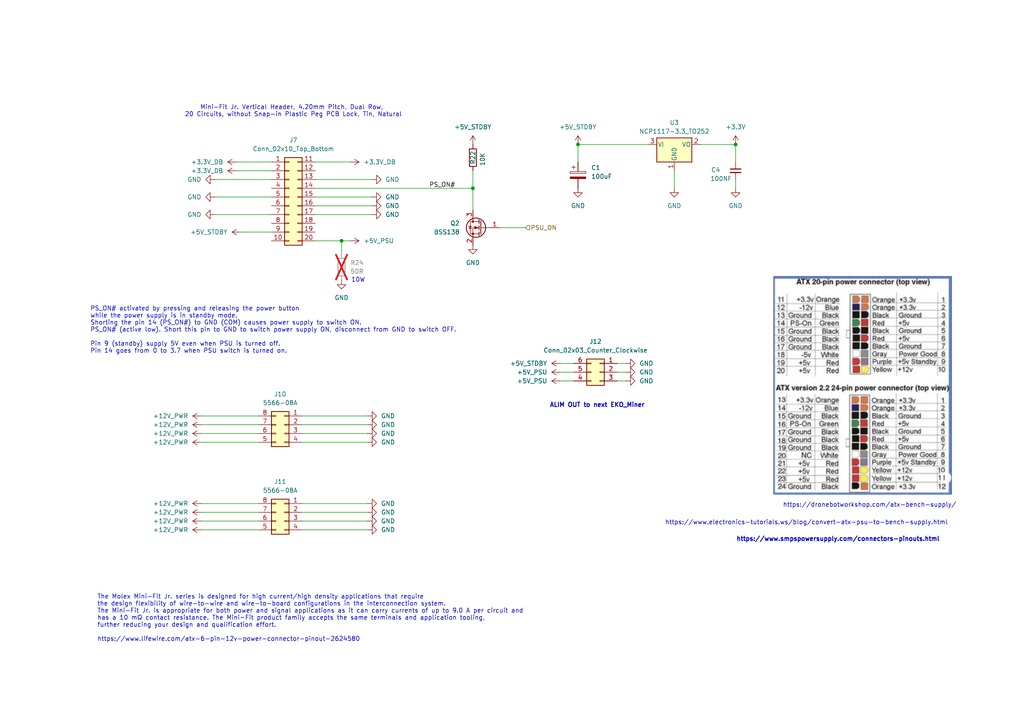
<source format=kicad_sch>
(kicad_sch (version 20231120) (generator "eeschema") (generator_version "8.0")
  (paper "A4")
  (lib_symbols
    (symbol "Connector_Generic:Conn_02x03_Counter_Clockwise" (pin_names (offset 1.016) hide)
      (property "Reference" "J" (at 1.27 5.08 0))
      (property "Value" "Conn_02x03_Counter_Clockwise" (at 1.27 -5.08 0))
      (symbol "Conn_02x03_Counter_Clockwise_1_1"
        (rectangle (start -1.27 -2.413) (end 0 -2.667) (stroke (width 0.1524)))
        (rectangle (start -1.27 0.127) (end 0 -0.127) (stroke (width 0.1524)))
        (rectangle (start -1.27 2.667) (end 0 2.413) (stroke (width 0.1524)))
        (rectangle (start -1.27 3.81) (end 3.81 -3.81) (stroke (width 0.254)) (fill (type background)))
        (rectangle (start 3.81 -2.413) (end 2.54 -2.667) (stroke (width 0.1524)))
        (rectangle (start 3.81 0.127) (end 2.54 -0.127) (stroke (width 0.1524)))
        (rectangle (start 3.81 2.667) (end 2.54 2.413) (stroke (width 0.1524)))
        (pin passive line (at -5.08 2.54 0) (length 3.81) (name "Pin_1") (number "1"))
        (pin passive line (at -5.08 0 0) (length 3.81) (name "Pin_2") (number "2"))
        (pin passive line (at -5.08 -2.54 0) (length 3.81) (name "Pin_3") (number "3"))
        (pin passive line (at 7.62 -2.54 180) (length 3.81) (name "Pin_4") (number "4"))
        (pin passive line (at 7.62 0 180) (length 3.81) (name "Pin_5") (number "5"))
        (pin passive line (at 7.62 2.54 180) (length 3.81) (name "Pin_6") (number "6"))
      )
    )
    (symbol "Connector_Generic:Conn_02x04_Counter_Clockwise" (pin_names (offset 1.016) hide)
      (property "Reference" "J" (at 1.27 5.08 0))
      (property "Value" "Conn_02x04_Counter_Clockwise" (at 1.27 -7.62 0))
      (symbol "Conn_02x04_Counter_Clockwise_1_1"
        (rectangle (start -1.27 -4.953) (end 0 -5.207) (stroke (width 0.1524)))
        (rectangle (start -1.27 -2.413) (end 0 -2.667) (stroke (width 0.1524)))
        (rectangle (start -1.27 0.127) (end 0 -0.127) (stroke (width 0.1524)))
        (rectangle (start -1.27 2.667) (end 0 2.413) (stroke (width 0.1524)))
        (rectangle (start -1.27 3.81) (end 3.81 -6.35) (stroke (width 0.254)) (fill (type background)))
        (rectangle (start 3.81 -4.953) (end 2.54 -5.207) (stroke (width 0.1524)))
        (rectangle (start 3.81 -2.413) (end 2.54 -2.667) (stroke (width 0.1524)))
        (rectangle (start 3.81 0.127) (end 2.54 -0.127) (stroke (width 0.1524)))
        (rectangle (start 3.81 2.667) (end 2.54 2.413) (stroke (width 0.1524)))
        (pin passive line (at -5.08 2.54 0) (length 3.81) (name "Pin_1") (number "1"))
        (pin passive line (at -5.08 0 0) (length 3.81) (name "Pin_2") (number "2"))
        (pin passive line (at -5.08 -2.54 0) (length 3.81) (name "Pin_3") (number "3"))
        (pin passive line (at -5.08 -5.08 0) (length 3.81) (name "Pin_4") (number "4"))
        (pin passive line (at 7.62 -5.08 180) (length 3.81) (name "Pin_5") (number "5"))
        (pin passive line (at 7.62 -2.54 180) (length 3.81) (name "Pin_6") (number "6"))
        (pin passive line (at 7.62 0 180) (length 3.81) (name "Pin_7") (number "7"))
        (pin passive line (at 7.62 2.54 180) (length 3.81) (name "Pin_8") (number "8"))
      )
    )
    (symbol "Connector_Generic:Conn_02x10_Top_Bottom" (pin_names (offset 1.016) hide)
      (property "Reference" "J" (at 1.27 12.7 0))
      (property "Value" "Conn_02x10_Top_Bottom" (at 1.27 -15.24 0))
      (symbol "Conn_02x10_Top_Bottom_1_1"
        (rectangle (start -1.27 -12.573) (end 0 -12.827) (stroke (width 0.1524)))
        (rectangle (start -1.27 -10.033) (end 0 -10.287) (stroke (width 0.1524)))
        (rectangle (start -1.27 -7.493) (end 0 -7.747) (stroke (width 0.1524)))
        (rectangle (start -1.27 -4.953) (end 0 -5.207) (stroke (width 0.1524)))
        (rectangle (start -1.27 -2.413) (end 0 -2.667) (stroke (width 0.1524)))
        (rectangle (start -1.27 0.127) (end 0 -0.127) (stroke (width 0.1524)))
        (rectangle (start -1.27 2.667) (end 0 2.413) (stroke (width 0.1524)))
        (rectangle (start -1.27 5.207) (end 0 4.953) (stroke (width 0.1524)))
        (rectangle (start -1.27 7.747) (end 0 7.493) (stroke (width 0.1524)))
        (rectangle (start -1.27 10.287) (end 0 10.033) (stroke (width 0.1524)))
        (rectangle (start -1.27 11.43) (end 3.81 -13.97) (stroke (width 0.254)) (fill (type background)))
        (rectangle (start 3.81 -12.573) (end 2.54 -12.827) (stroke (width 0.1524)))
        (rectangle (start 3.81 -10.033) (end 2.54 -10.287) (stroke (width 0.1524)))
        (rectangle (start 3.81 -7.493) (end 2.54 -7.747) (stroke (width 0.1524)))
        (rectangle (start 3.81 -4.953) (end 2.54 -5.207) (stroke (width 0.1524)))
        (rectangle (start 3.81 -2.413) (end 2.54 -2.667) (stroke (width 0.1524)))
        (rectangle (start 3.81 0.127) (end 2.54 -0.127) (stroke (width 0.1524)))
        (rectangle (start 3.81 2.667) (end 2.54 2.413) (stroke (width 0.1524)))
        (rectangle (start 3.81 5.207) (end 2.54 4.953) (stroke (width 0.1524)))
        (rectangle (start 3.81 7.747) (end 2.54 7.493) (stroke (width 0.1524)))
        (rectangle (start 3.81 10.287) (end 2.54 10.033) (stroke (width 0.1524)))
        (pin passive line (at -5.08 10.16 0) (length 3.81) (name "Pin_1") (number "1"))
        (pin passive line (at -5.08 -12.7 0) (length 3.81) (name "Pin_10") (number "10"))
        (pin passive line (at 7.62 10.16 180) (length 3.81) (name "Pin_11") (number "11"))
        (pin passive line (at 7.62 7.62 180) (length 3.81) (name "Pin_12") (number "12"))
        (pin passive line (at 7.62 5.08 180) (length 3.81) (name "Pin_13") (number "13"))
        (pin passive line (at 7.62 2.54 180) (length 3.81) (name "Pin_14") (number "14"))
        (pin passive line (at 7.62 0 180) (length 3.81) (name "Pin_15") (number "15"))
        (pin passive line (at 7.62 -2.54 180) (length 3.81) (name "Pin_16") (number "16"))
        (pin passive line (at 7.62 -5.08 180) (length 3.81) (name "Pin_17") (number "17"))
        (pin passive line (at 7.62 -7.62 180) (length 3.81) (name "Pin_18") (number "18"))
        (pin passive line (at 7.62 -10.16 180) (length 3.81) (name "Pin_19") (number "19"))
        (pin passive line (at -5.08 7.62 0) (length 3.81) (name "Pin_2") (number "2"))
        (pin passive line (at 7.62 -12.7 180) (length 3.81) (name "Pin_20") (number "20"))
        (pin passive line (at -5.08 5.08 0) (length 3.81) (name "Pin_3") (number "3"))
        (pin passive line (at -5.08 2.54 0) (length 3.81) (name "Pin_4") (number "4"))
        (pin passive line (at -5.08 0 0) (length 3.81) (name "Pin_5") (number "5"))
        (pin passive line (at -5.08 -2.54 0) (length 3.81) (name "Pin_6") (number "6"))
        (pin passive line (at -5.08 -5.08 0) (length 3.81) (name "Pin_7") (number "7"))
        (pin passive line (at -5.08 -7.62 0) (length 3.81) (name "Pin_8") (number "8"))
        (pin passive line (at -5.08 -10.16 0) (length 3.81) (name "Pin_9") (number "9"))
      )
    )
    (symbol "Device:C_Polarized" (pin_numbers hide) (pin_names (offset 0.254))
      (property "Reference" "C" (at 0.635 2.54 0))
      (property "Value" "C_Polarized" (at 0.635 -2.54 0))
      (symbol "C_Polarized_0_1"
        (rectangle (start -2.286 0.508) (end 2.286 1.016))
        (polyline (pts (xy -1.778 2.286) (xy -0.762 2.286)))
        (polyline (pts (xy -1.27 2.794) (xy -1.27 1.778)))
        (rectangle (start 2.286 -0.508) (end -2.286 -1.016) (fill (type outline)))
      )
      (symbol "C_Polarized_1_1"
        (pin passive line (at 0 3.81 270) (length 2.794) (name "~") (number "1"))
        (pin passive line (at 0 -3.81 90) (length 2.794) (name "~") (number "2"))
      )
    )
    (symbol "Device:C_Small" (pin_numbers hide) (pin_names (offset 0.254) hide)
      (property "Reference" "C" (at 0.254 1.778 0))
      (property "Value" "C_Small" (at 0.254 -2.032 0))
      (symbol "C_Small_0_1"
        (polyline (pts (xy -1.524 -0.508) (xy 1.524 -0.508)) (stroke (width 0.3302)))
        (polyline (pts (xy -1.524 0.508) (xy 1.524 0.508)) (stroke (width 0.3048)))
      )
      (symbol "C_Small_1_1"
        (pin passive line (at 0 2.54 270) (length 2.032) (name "~") (number "1"))
        (pin passive line (at 0 -2.54 90) (length 2.032) (name "~") (number "2"))
      )
    )
    (symbol "Device:R" (pin_numbers hide) (pin_names (offset 0))
      (property "Reference" "R" (at 2.032 0 90))
      (property "Value" "R" (at 0 0 90))
      (symbol "R_0_1"
        (rectangle (start -1.016 -2.54) (end 1.016 2.54) (stroke (width 0.254)))
      )
      (symbol "R_1_1"
        (pin passive line (at 0 3.81 270) (length 1.27) (name "~") (number "1"))
        (pin passive line (at 0 -3.81 90) (length 1.27) (name "~") (number "2"))
      )
    )
    (symbol "Regulator_Linear:NCP1117-3.3_TO252" (pin_names (offset 0.254))
      (property "Reference" "U" (at -3.81 3.175 0))
      (property "Value" "NCP1117-3.3_TO252" (at 0 3.175 0))
      (symbol "NCP1117-3.3_TO252_0_1"
        (rectangle (start -5.08 1.905) (end 5.08 -5.08) (stroke (width 0.254)) (fill (type background)))
      )
      (symbol "NCP1117-3.3_TO252_1_1"
        (pin power_in line (at 0 -7.62 90) (length 2.54) (name "GND") (number "1"))
        (pin power_out line (at 7.62 0 180) (length 2.54) (name "VO") (number "2"))
        (pin power_in line (at -7.62 0 0) (length 2.54) (name "VI") (number "3"))
      )
    )
    (symbol "Transistor_FET:BSS138" (pin_names hide)
      (property "Reference" "Q" (at 5.08 1.905 0))
      (property "Value" "BSS138" (at 5.08 0 0))
      (symbol "BSS138_0_1"
        (polyline (pts (xy 0.254 0) (xy -2.54 0)))
        (polyline (pts (xy 0.254 1.905) (xy 0.254 -1.905)) (stroke (width 0.254)))
        (polyline (pts (xy 0.762 -1.27) (xy 0.762 -2.286)) (stroke (width 0.254)))
        (polyline (pts (xy 0.762 0.508) (xy 0.762 -0.508)) (stroke (width 0.254)))
        (polyline (pts (xy 0.762 2.286) (xy 0.762 1.27)) (stroke (width 0.254)))
        (polyline (pts (xy 2.54 2.54) (xy 2.54 1.778)))
        (polyline (pts (xy 2.54 -2.54) (xy 2.54 0) (xy 0.762 0)))
        (polyline (pts (xy 0.762 -1.778) (xy 3.302 -1.778) (xy 3.302 1.778) (xy 0.762 1.778)))
        (polyline (pts (xy 1.016 0) (xy 2.032 0.381) (xy 2.032 -0.381) (xy 1.016 0)) (fill (type outline)))
        (polyline (pts (xy 2.794 0.508) (xy 2.921 0.381) (xy 3.683 0.381) (xy 3.81 0.254)))
        (polyline (pts (xy 3.302 0.381) (xy 2.921 -0.254) (xy 3.683 -0.254) (xy 3.302 0.381)))
        (circle (center 1.651 0) (radius 2.794) (stroke (width 0.254)))
        (circle (center 2.54 -1.778) (radius 0.254) (fill (type outline)))
        (circle (center 2.54 1.778) (radius 0.254) (fill (type outline)))
      )
      (symbol "BSS138_1_1"
        (pin input line (at -5.08 0 0) (length 2.54) (name "G") (number "1"))
        (pin passive line (at 2.54 -5.08 90) (length 2.54) (name "S") (number "2"))
        (pin passive line (at 2.54 5.08 270) (length 2.54) (name "D") (number "3"))
      )
    )
    (symbol "power:+3.3V" (power) (pin_names (offset 0))
      (property "Value" "+3.3V" (at 0 3.556 0))
      (symbol "+3.3V_0_1"
        (polyline (pts (xy -0.762 1.27) (xy 0 2.54)))
        (polyline (pts (xy 0 0) (xy 0 2.54)))
        (polyline (pts (xy 0 2.54) (xy 0.762 1.27)))
      )
      (symbol "+3.3V_1_1"
        (pin power_in line (at 0 0 90) (length 0) hide (name "+3.3V") (number "1"))
      )
    )
    (symbol "power:GND" (power) (pin_numbers hide) (pin_names (offset 0) hide)
      (property "Value" "GND" (at 0 -3.81 0))
      (symbol "GND_0_1"
        (polyline (pts (xy 0 0) (xy 0 -1.27) (xy 1.27 -1.27) (xy 0 -2.54) (xy -1.27 -1.27) (xy 0 -1.27)))
      )
      (symbol "GND_1_1"
        (pin power_in line (at 0 0 270) (length 0) (name "~") (number "1"))
      )
    )
  )
  (junction (at 99.06 69.85))
  (junction (at 137.16 54.61))
  (junction (at 213.36 41.91))
  (junction (at 167.64 41.91))
  (wire (pts (xy 137.16 49.53) (xy 137.16 54.61)))
  (wire (pts (xy 106.68 120.65) (xy 87.63 120.65)))
  (wire (pts (xy 62.23 62.23) (xy 78.74 62.23)))
  (wire (pts (xy 58.42 120.65) (xy 74.93 120.65)))
  (wire (pts (xy 107.95 57.15) (xy 91.44 57.15)))
  (wire (pts (xy 181.61 107.95) (xy 179.07 107.95)))
  (wire (pts (xy 106.68 125.73) (xy 87.63 125.73)))
  (wire (pts (xy 74.93 123.19) (xy 58.42 123.19)))
  (wire (pts (xy 152.4 66.04) (xy 144.78 66.04)))
  (wire (pts (xy 91.44 54.61) (xy 137.16 54.61)))
  (wire (pts (xy 213.36 52.07) (xy 213.36 54.61)))
  (wire (pts (xy 91.44 46.99) (xy 101.6 46.99)))
  (wire (pts (xy 68.58 46.99) (xy 78.74 46.99)))
  (wire (pts (xy 213.36 41.91) (xy 213.36 46.99)))
  (wire (pts (xy 106.68 128.27) (xy 87.63 128.27)))
  (wire (pts (xy 99.06 69.85) (xy 99.06 73.66)))
  (wire (pts (xy 62.23 57.15) (xy 78.74 57.15)))
  (wire (pts (xy 106.68 151.13) (xy 87.63 151.13)))
  (wire (pts (xy 167.64 41.91) (xy 187.96 41.91)))
  (wire (pts (xy 106.68 148.59) (xy 87.63 148.59)))
  (wire (pts (xy 137.16 54.61) (xy 137.16 60.96)))
  (wire (pts (xy 74.93 148.59) (xy 58.42 148.59)))
  (wire (pts (xy 62.23 52.07) (xy 78.74 52.07)))
  (wire (pts (xy 162.56 105.41) (xy 166.37 105.41)))
  (wire (pts (xy 181.61 105.41) (xy 179.07 105.41)))
  (wire (pts (xy 99.06 69.85) (xy 101.6 69.85)))
  (wire (pts (xy 74.93 128.27) (xy 58.42 128.27)))
  (wire (pts (xy 203.2 41.91) (xy 213.36 41.91)))
  (wire (pts (xy 106.68 146.05) (xy 87.63 146.05)))
  (wire (pts (xy 106.68 123.19) (xy 87.63 123.19)))
  (wire (pts (xy 68.58 49.53) (xy 78.74 49.53)))
  (wire (pts (xy 74.93 153.67) (xy 58.42 153.67)))
  (wire (pts (xy 91.44 69.85) (xy 99.06 69.85)))
  (wire (pts (xy 162.56 110.49) (xy 166.37 110.49)))
  (wire (pts (xy 181.61 110.49) (xy 179.07 110.49)))
  (wire (pts (xy 106.68 153.67) (xy 87.63 153.67)))
  (wire (pts (xy 69.85 67.31) (xy 78.74 67.31)))
  (wire (pts (xy 58.42 146.05) (xy 74.93 146.05)))
  (wire (pts (xy 167.64 46.99) (xy 167.64 41.91)))
  (wire (pts (xy 107.95 62.23) (xy 91.44 62.23)))
  (wire (pts (xy 107.95 52.07) (xy 91.44 52.07)))
  (wire (pts (xy 58.42 151.13) (xy 74.93 151.13)))
  (wire (pts (xy 195.58 49.53) (xy 195.58 54.61)))
  (wire (pts (xy 58.42 125.73) (xy 74.93 125.73)))
  (wire (pts (xy 162.56 107.95) (xy 166.37 107.95)))
  (wire (pts (xy 107.95 59.69) (xy 91.44 59.69)))
  (image (at 250.19 111.76) (scale 0.339661))
  (text "The Molex Mini-Fit Jr. series is designed for high current/high density applications that require\nthe design flexibility of wire-to-wire and wire-to-board configurations in the interconnection system. \nThe Mini-Fit Jr. is appropriate for both power and signal applications as it can carry currents of up to 9.0 A per circuit and \nhas a 10 mΩ contact resistance. The Mini-Fit product family accepts the same terminals and application tooling, \nfurther reducing your design and qualification effort.\n\nhttps://www.lifewire.com/atx-6-pin-12v-power-connector-pinout-2624580\n" (at 28.194 179.324 0) (effects (font (size 1.27 1.27)) (justify left)))
  (text "https://www.smpspowersupply.com/connectors-pinouts.html" (at 243.078 156.464 0) (effects (font (size 1.27 1.27) (bold yes))))
  (text "https://dronebotworkshop.com/atx-bench-supply/" (at 252.222 146.558 0) (effects (font (size 1.27 1.27))))
  (text "Mini-Fit Jr. Vertical Header, 4.20mm Pitch, Dual Row, \n20 Circuits, without Snap-in Plastic Peg PCB Lock, Tin, Natural" (at 85.09 32.258 0) (effects (font (size 1.27 1.27))))
  (text "PS_ON# activated by pressing and releasing the power button \nwhile the power supply is in standby mode. \nShorting the pin 14 (PS_ON#) to GND (COM) causes power supply to switch ON.\nPS_ON# (active low). Short this pin to GND to switch power supply ON, disconnect from GND to switch OFF.\n\nPin 9 (standby) supply 5V even when PSU is turned off. \nPin 14 goes from 0 to 3.7 when PSU switch is turned on." (at 26.162 95.758 0) (effects (font (size 1.27 1.27)) (justify left)))
  (text "https://www.electronics-tutorials.ws/blog/convert-atx-psu-to-bench-supply.html" (at 233.934 151.638 0) (effects (font (size 1.27 1.27))))
  (text "10W" (at 103.886 81.28 0) (effects (font (size 1.27 1.27))))
  (text "ALIM OUT to next EKO_Miner" (at 173.228 117.602 0) (effects (font (size 1.27 1.27) (thickness 0.254) (bold yes))))
  (label "PS_ON#" (at 124.46 54.61 0))
  (hierarchical_label "PSU_ON" (shape input) (at 152.4 66.04 0))
  (symbol (lib_id "power:GND") (at 167.64 54.61 0) (unit 1)
    (property "Reference" "#PWR026" (effects (hide yes)))
    (property "Value" "GND" (at 167.64 59.69 0))
    (property "Description" "Power symbol creates a global label with name \"GND\" , ground" (effects (hide yes)))
  )
  (symbol (lib_id "power:GND") (at 106.68 153.67 90) (unit 1)
    (property "Reference" "#PWR0120" (effects (hide yes)))
    (property "Value" "GND" (at 110.49 153.6701 90) (effects (justify right)))
    (property "Description" "Power symbol creates a global label with name \"GND\" , ground" (effects (hide yes)))
  )
  (symbol (lib_id "power:+3.3V") (at 101.6 46.99 270) (unit 1)
    (property "Reference" "#PWR069" (effects (hide yes)))
    (property "Value" "+3.3V_DB" (at 105.41 46.9899 90) (effects (justify left)))
  )
  (symbol (lib_id "Connector_Generic:Conn_02x04_Counter_Clockwise") (at 82.55 123.19 0) (mirror y) (unit 1)
    (property "Reference" "J10" (at 81.28 114.3 0))
    (property "Value" "5566-08A" (at 81.28 116.84 0))
    (property "Footprint" "EKO_Miner_ASIClib:Molex_Mini-Fit_Jr_5566-08A2_2x04_P4.20mm_Vertical" (effects (hide yes)))
    (property "Description" "Generic connector, double row, 02x04, counter clockwise pin numbering scheme (similar to DIP package numbering), script generated (kicad-library-utils/schlib/autogen/connector/)" (effects (hide yes)))
  )
  (symbol (lib_id "power:GND") (at 107.95 57.15 90) (mirror x) (unit 1)
    (property "Reference" "#PWR065" (effects (hide yes)))
    (property "Value" "GND" (at 111.76 57.1499 90) (effects (justify right)))
    (property "Description" "Power symbol creates a global label with name \"GND\" , ground" (effects (hide yes)))
  )
  (symbol (lib_id "power:+3.3V") (at 137.16 41.91 0) (unit 1)
    (property "Reference" "#PWR097" (effects (hide yes)))
    (property "Value" "+5V_STDBY" (at 137.16 36.83 0))
  )
  (symbol (lib_id "power:+3.3V") (at 68.58 49.53 90) (unit 1)
    (property "Reference" "#PWR071" (effects (hide yes)))
    (property "Value" "+3.3V_DB" (at 64.77 49.5299 90) (effects (justify left)))
  )
  (symbol (lib_id "power:+3.3V") (at 58.42 120.65 90) (unit 1)
    (property "Reference" "#PWR0105" (effects (hide yes)))
    (property "Value" "+12V_PWR" (at 54.61 120.6501 90) (effects (justify left)))
  )
  (symbol (lib_id "power:+3.3V") (at 162.56 107.95 90) (unit 1)
    (property "Reference" "#PWR044" (effects (hide yes)))
    (property "Value" "+5V_PSU" (at 158.75 107.9499 90) (effects (justify left)))
  )
  (symbol (lib_id "power:+3.3V") (at 167.64 41.91 0) (unit 1)
    (property "Reference" "#PWR074" (effects (hide yes)))
    (property "Value" "+5V_STDBY" (at 167.64 36.83 0))
  )
  (symbol (lib_id "power:GND") (at 106.68 148.59 90) (unit 1)
    (property "Reference" "#PWR0118" (effects (hide yes)))
    (property "Value" "GND" (at 110.49 148.5901 90) (effects (justify right)))
    (property "Description" "Power symbol creates a global label with name \"GND\" , ground" (effects (hide yes)))
  )
  (symbol (lib_id "power:GND") (at 62.23 62.23 270) (unit 1)
    (property "Reference" "#PWR062" (effects (hide yes)))
    (property "Value" "GND" (at 58.42 62.2299 90) (effects (justify right)))
    (property "Description" "Power symbol creates a global label with name \"GND\" , ground" (effects (hide yes)))
  )
  (symbol (lib_id "power:GND") (at 137.16 71.12 0) (mirror y) (unit 1)
    (property "Reference" "#PWR0183" (effects (hide yes)))
    (property "Value" "GND" (at 137.16 76.2 0))
    (property "Description" "Power symbol creates a global label with name \"GND\" , ground" (effects (hide yes)))
  )
  (symbol (lib_id "power:GND") (at 107.95 62.23 90) (mirror x) (unit 1)
    (property "Reference" "#PWR064" (effects (hide yes)))
    (property "Value" "GND" (at 111.76 62.2299 90) (effects (justify right)))
    (property "Description" "Power symbol creates a global label with name \"GND\" , ground" (effects (hide yes)))
  )
  (symbol (lib_id "Device:C_Small") (at 213.36 49.53 0) (unit 1)
    (property "Reference" "C4" (at 206.248 49.276 0) (effects (justify left)))
    (property "Value" "100NF" (at 205.994 51.816 0) (effects (justify left)))
    (property "Footprint" "Capacitor_SMD:C_0603_1608Metric" (effects (hide yes)))
  )
  (symbol (lib_id "Transistor_FET:BSS138") (at 139.7 66.04 0) (mirror y) (unit 1)
    (property "Reference" "Q2" (at 133.35 64.7699 0) (effects (justify left)))
    (property "Value" "BSS138" (at 133.35 67.3099 0) (effects (justify left)))
    (property "Footprint" "Package_TO_SOT_SMD:SOT-23" (effects (hide yes)))
    (property "Datasheet" "https://www.onsemi.com/pub/Collateral/BSS138-D.PDF" (effects (hide yes)))
    (property "Description" "50V Vds, 0.22A Id, N-Channel MOSFET, SOT-23" (effects (hide yes)))
  )
  (symbol (lib_id "power:+3.3V") (at 58.42 148.59 90) (unit 1)
    (property "Reference" "#PWR0114" (effects (hide yes)))
    (property "Value" "+12V_PWR" (at 54.61 148.5901 90) (effects (justify left)))
  )
  (symbol (lib_id "power:GND") (at 107.95 59.69 90) (mirror x) (unit 1)
    (property "Reference" "#PWR063" (effects (hide yes)))
    (property "Value" "GND" (at 111.76 59.6899 90) (effects (justify right)))
    (property "Description" "Power symbol creates a global label with name \"GND\" , ground" (effects (hide yes)))
  )
  (symbol (lib_id "power:+3.3V") (at 58.42 151.13 90) (unit 1)
    (property "Reference" "#PWR0115" (effects (hide yes)))
    (property "Value" "+12V_PWR" (at 54.61 151.1301 90) (effects (justify left)))
  )
  (symbol (lib_id "Device:R") (at 137.16 45.72 0) (unit 1)
    (property "Reference" "R22" (at 137.16 45.72 90))
    (property "Value" "10K" (at 139.954 46.228 90))
    (property "Footprint" "Resistor_SMD:R_0603_1608Metric" (effects (hide yes)))
  )
  (symbol (lib_id "Regulator_Linear:NCP1117-3.3_TO252") (at 195.58 41.91 0) (unit 1)
    (property "Reference" "U3" (at 195.58 35.56 0))
    (property "Value" "NCP1117-3.3_TO252" (at 195.58 38.1 0))
    (property "Footprint" "Package_TO_SOT_SMD:TO-252-2" (effects (hide yes)))
    (property "Datasheet" "http://www.onsemi.com/pub_link/Collateral/NCP1117-D.PDF" (effects (hide yes)))
    (property "Description" "1A Low drop-out regulator, Fixed Output 3.3V, TO-252 (DPAK)" (effects (hide yes)))
  )
  (symbol (lib_id "power:+3.3V") (at 101.6 69.85 270) (unit 1)
    (property "Reference" "#PWR068" (effects (hide yes)))
    (property "Value" "+5V_PSU" (at 105.41 69.8499 90) (effects (justify left)))
  )
  (symbol (lib_id "power:+3.3V") (at 162.56 105.41 90) (unit 1)
    (property "Reference" "#PWR0141" (effects (hide yes)))
    (property "Value" "+5V_STDBY" (at 158.75 105.4099 90) (effects (justify left)))
  )
  (symbol (lib_id "power:GND") (at 181.61 107.95 90) (unit 1)
    (property "Reference" "#PWR0138" (effects (hide yes)))
    (property "Value" "GND" (at 185.42 107.9501 90) (effects (justify right)))
    (property "Description" "Power symbol creates a global label with name \"GND\" , ground" (effects (hide yes)))
  )
  (symbol (lib_id "power:GND") (at 106.68 146.05 90) (unit 1)
    (property "Reference" "#PWR0117" (effects (hide yes)))
    (property "Value" "GND" (at 110.49 146.0501 90) (effects (justify right)))
    (property "Description" "Power symbol creates a global label with name \"GND\" , ground" (effects (hide yes)))
  )
  (symbol (lib_id "power:GND") (at 181.61 110.49 90) (unit 1)
    (property "Reference" "#PWR0139" (effects (hide yes)))
    (property "Value" "GND" (at 185.42 110.4901 90) (effects (justify right)))
    (property "Description" "Power symbol creates a global label with name \"GND\" , ground" (effects (hide yes)))
  )
  (symbol (lib_id "power:GND") (at 62.23 52.07 270) (unit 1)
    (property "Reference" "#PWR060" (effects (hide yes)))
    (property "Value" "GND" (at 58.42 52.0699 90) (effects (justify right)))
    (property "Description" "Power symbol creates a global label with name \"GND\" , ground" (effects (hide yes)))
  )
  (symbol (lib_id "Device:C_Polarized") (at 167.64 50.8 0) (unit 1)
    (property "Reference" "C1" (at 171.45 48.641 0) (effects (justify left)))
    (property "Value" "100uF" (at 171.45 51.181 0) (effects (justify left)))
    (property "Footprint" "Capacitor_SMD:CP_Elec_5x5.7" (effects (hide yes)))
  )
  (symbol (lib_id "power:+3.3V") (at 68.58 46.99 90) (unit 1)
    (property "Reference" "#PWR070" (effects (hide yes)))
    (property "Value" "+3.3V_DB" (at 64.77 46.9899 90) (effects (justify left)))
  )
  (symbol (lib_id "power:+3.3V") (at 213.36 41.91 0) (unit 1)
    (property "Reference" "#PWR045" (effects (hide yes)))
    (property "Value" "+3.3V" (at 213.36 36.83 0))
  )
  (symbol (lib_id "power:GND") (at 99.06 81.28 0) (mirror y) (unit 1)
    (property "Reference" "#PWR072" (effects (hide yes)))
    (property "Value" "GND" (at 99.06 86.36 0))
    (property "Description" "Power symbol creates a global label with name \"GND\" , ground" (effects (hide yes)))
  )
  (symbol (lib_id "Connector_Generic:Conn_02x03_Counter_Clockwise") (at 173.99 107.95 0) (mirror y) (unit 1)
    (property "Reference" "J12" (at 172.72 99.06 0))
    (property "Value" "Conn_02x03_Counter_Clockwise" (at 172.72 101.6 0))
    (property "Footprint" "EKO_Miner_ASIClib:Molex_Mini-Fit_Jr_5566-06A2_2x03_P4.20mm_Vertical" (effects (hide yes)))
    (property "Description" "Generic connector, double row, 02x03, counter clockwise pin numbering scheme (similar to DIP package numbering), script generated (kicad-library-utils/schlib/autogen/connector/)" (effects (hide yes)))
  )
  (symbol (lib_id "power:GND") (at 107.95 52.07 90) (mirror x) (unit 1)
    (property "Reference" "#PWR066" (effects (hide yes)))
    (property "Value" "GND" (at 111.76 52.0699 90) (effects (justify right)))
    (property "Description" "Power symbol creates a global label with name \"GND\" , ground" (effects (hide yes)))
  )
  (symbol (lib_id "power:GND") (at 106.68 120.65 90) (unit 1)
    (property "Reference" "#PWR0109" (effects (hide yes)))
    (property "Value" "GND" (at 110.49 120.6501 90) (effects (justify right)))
    (property "Description" "Power symbol creates a global label with name \"GND\" , ground" (effects (hide yes)))
  )
  (symbol (lib_id "power:GND") (at 106.68 128.27 90) (unit 1)
    (property "Reference" "#PWR0112" (effects (hide yes)))
    (property "Value" "GND" (at 110.49 128.2701 90) (effects (justify right)))
    (property "Description" "Power symbol creates a global label with name \"GND\" , ground" (effects (hide yes)))
  )
  (symbol (lib_id "Connector_Generic:Conn_02x04_Counter_Clockwise") (at 82.55 148.59 0) (mirror y) (unit 1)
    (property "Reference" "J11" (at 81.28 139.7 0))
    (property "Value" "5566-08A" (at 81.28 142.24 0))
    (property "Footprint" "EKO_Miner_ASIClib:Molex_Mini-Fit_Jr_5566-08A2_2x04_P4.20mm_Vertical" (effects (hide yes)))
    (property "Description" "Generic connector, double row, 02x04, counter clockwise pin numbering scheme (similar to DIP package numbering), script generated (kicad-library-utils/schlib/autogen/connector/)" (effects (hide yes)))
  )
  (symbol (lib_id "power:GND") (at 62.23 57.15 270) (unit 1)
    (property "Reference" "#PWR061" (effects (hide yes)))
    (property "Value" "GND" (at 58.42 57.1499 90) (effects (justify right)))
    (property "Description" "Power symbol creates a global label with name \"GND\" , ground" (effects (hide yes)))
  )
  (symbol (lib_id "power:+3.3V") (at 58.42 153.67 90) (unit 1)
    (property "Reference" "#PWR0116" (effects (hide yes)))
    (property "Value" "+12V_PWR" (at 54.61 153.6701 90) (effects (justify left)))
  )
  (symbol (lib_id "power:GND") (at 213.36 54.61 0) (unit 1)
    (property "Reference" "#PWR046" (effects (hide yes)))
    (property "Value" "GND" (at 213.36 59.69 0))
    (property "Description" "Power symbol creates a global label with name \"GND\" , ground" (effects (hide yes)))
  )
  (symbol (lib_id "power:GND") (at 195.58 54.61 0) (unit 1)
    (property "Reference" "#PWR031" (effects (hide yes)))
    (property "Value" "GND" (at 195.58 59.69 0))
    (property "Description" "Power symbol creates a global label with name \"GND\" , ground" (effects (hide yes)))
  )
  (symbol (lib_id "power:GND") (at 106.68 151.13 90) (unit 1)
    (property "Reference" "#PWR0119" (effects (hide yes)))
    (property "Value" "GND" (at 110.49 151.1301 90) (effects (justify right)))
    (property "Description" "Power symbol creates a global label with name \"GND\" , ground" (effects (hide yes)))
  )
  (symbol (lib_id "Connector_Generic:Conn_02x10_Top_Bottom") (at 83.82 57.15 0) (unit 1)
    (property "Reference" "J7" (at 85.09 40.64 0))
    (property "Value" "Conn_02x10_Top_Bottom" (at 85.09 43.18 0))
    (property "Footprint" "EKO_Miner_ASIClib:Molex_Mini-Fit_Jr_5566-20A_2x10_P4.20mm_Vertical" (effects (hide yes)))
    (property "Description" "Generic connector, double row, 02x10, top/bottom pin numbering scheme (row 1: 1...pins_per_row, row2: pins_per_row+1 ... num_pins), script generated (kicad-library-utils/schlib/autogen/connector/)" (effects (hide yes)))
  )
  (symbol (lib_id "power:+3.3V") (at 58.42 146.05 90) (unit 1)
    (property "Reference" "#PWR0113" (effects (hide yes)))
    (property "Value" "+12V_PWR" (at 54.61 146.0501 90) (effects (justify left)))
  )
  (symbol (lib_id "power:GND") (at 106.68 123.19 90) (unit 1)
    (property "Reference" "#PWR0110" (effects (hide yes)))
    (property "Value" "GND" (at 110.49 123.1901 90) (effects (justify right)))
    (property "Description" "Power symbol creates a global label with name \"GND\" , ground" (effects (hide yes)))
  )
  (symbol (lib_id "power:+3.3V") (at 58.42 128.27 90) (unit 1)
    (property "Reference" "#PWR0108" (effects (hide yes)))
    (property "Value" "+12V_PWR" (at 54.61 128.2701 90) (effects (justify left)))
  )
  (symbol (lib_id "power:GND") (at 181.61 105.41 90) (unit 1)
    (property "Reference" "#PWR0137" (effects (hide yes)))
    (property "Value" "GND" (at 185.42 105.4101 90) (effects (justify right)))
    (property "Description" "Power symbol creates a global label with name \"GND\" , ground" (effects (hide yes)))
  )
  (symbol (lib_id "power:GND") (at 106.68 125.73 90) (unit 1)
    (property "Reference" "#PWR0111" (effects (hide yes)))
    (property "Value" "GND" (at 110.49 125.7301 90) (effects (justify right)))
    (property "Description" "Power symbol creates a global label with name \"GND\" , ground" (effects (hide yes)))
  )
  (symbol (lib_id "power:+3.3V") (at 58.42 125.73 90) (unit 1)
    (property "Reference" "#PWR0107" (effects (hide yes)))
    (property "Value" "+12V_PWR" (at 54.61 125.7301 90) (effects (justify left)))
  )
  (symbol (lib_id "power:+3.3V") (at 69.85 67.31 90) (unit 1)
    (property "Reference" "#PWR034" (effects (hide yes)))
    (property "Value" "+5V_STDBY" (at 66.04 67.3099 90) (effects (justify left)))
  )
  (symbol (lib_id "Device:R") (at 99.06 77.47 0) (unit 1) (dnp yes)
    (property "Reference" "R24" (at 101.6 76.1999 0) (effects (justify left)))
    (property "Value" "50R" (at 101.6 78.7399 0) (effects (justify left)))
    (property "Footprint" "Resistor_THT:R_Axial_Power_L25.0mm_W6.4mm_P27.94mm" (effects (hide yes)))
    (property "Description" "Resistor" (effects (hide yes)))
  )
  (symbol (lib_id "power:+3.3V") (at 162.56 110.49 90) (unit 1)
    (property "Reference" "#PWR0134" (effects (hide yes)))
    (property "Value" "+5V_PSU" (at 158.75 110.4899 90) (effects (justify left)))
  )
  (symbol (lib_id "power:+3.3V") (at 58.42 123.19 90) (unit 1)
    (property "Reference" "#PWR0106" (effects (hide yes)))
    (property "Value" "+12V_PWR" (at 54.61 123.1901 90) (effects (justify left)))
  )
)
</source>
